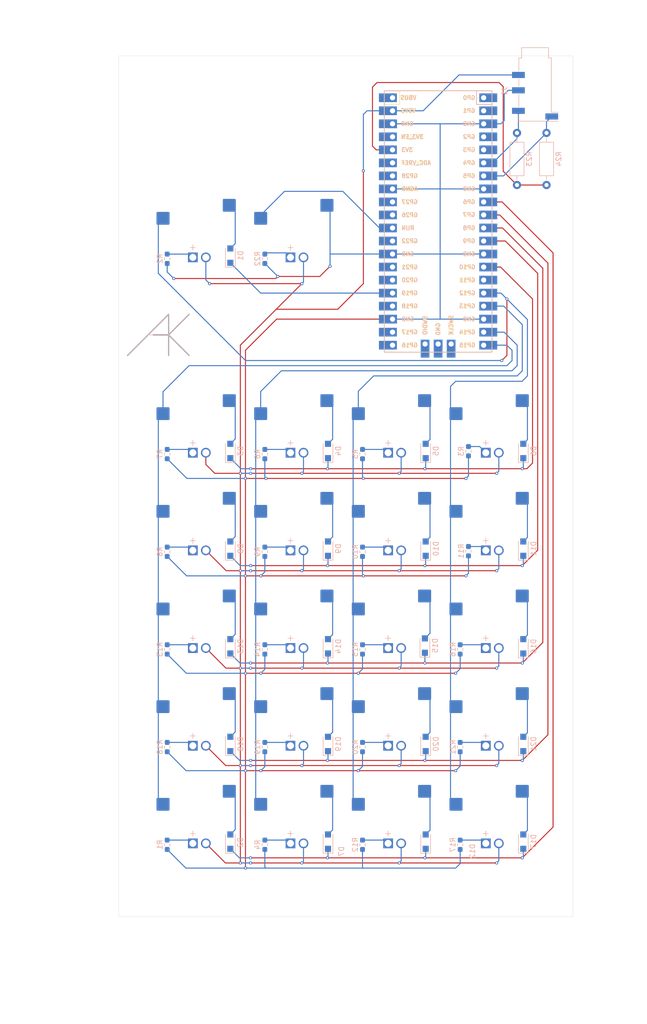
<source format=kicad_pcb>
(kicad_pcb (version 20240108) (generator "pcbnew") (generator_version "8.0")
  (layers (0 "F.Cu" mixed) (31 "B.Cu" mixed) (34 "B.Paste" user) (35 "F.Paste" user) (36 "B.SilkS" user "B.Silkscreen") (37 "F.SilkS" user "F.Silkscreen") (38 "B.Mask" user) (39 "F.Mask" user) (44 "Edge.Cuts" user))
  (net 0 "")
  (net 1 "Row1")
  (net 2 "Row2")
  (net 5 "Net-(D3-A)")
  (net 7 "Net-(D4-A)")
  (net 13 "Net-(D5-A)")
  (net 14 "Net-(D6-A)")
  (net 15 "Net-(D7-A)")
  (net 16 "Row3")
  (net 17 "Net-(D8-A)")
  (net 23 "Net-(D9-A)")
  (net 25 "Net-(D10-A)")
  (net 26 "Net-(D11-A)")
  (net 30 "Net-(D12-A)")
  (net 31 "Row4")
  (net 33 "Net-(D13-A)")
  (net 35 "Net-(D14-A)")
  (net 36 "Net-(D15-A)")
  (net 37 "Net-(D1-A)")
  (net 38 "Net-(D16-A)")
  (net 39 "Net-(D17-A)")
  (net 40 "Row5")
  (net 41 "Net-(LED1-K)")
  (net 42 "Net-(D18-A)")
  (net 43 "Net-(D19-A)")
  (net 44 "Net-(D20-A)")
  (net 45 "Net-(D21-A)")
  (net 46 "Net-(U1-GPIO5)")
  (net 47 "+5V")
  (net 48 "Net-(LED2-K)")
  (net 49 "Net-(LED3-K)")
  (net 50 "Net-(LED4-K)")
  (net 51 "Net-(LED5-K)")
  (net 52 "Net-(LED6-K)")
  (net 53 "Net-(LED7-K)")
  (net 54 "Net-(LED8-K)")
  (net 55 "Net-(LED9-K)")
  (net 56 "Net-(LED10-K)")
  (net 57 "Net-(LED11-K)")
  (net 58 "Net-(LED12-K)")
  (net 59 "Net-(LED13-K)")
  (net 60 "Net-(LED14-K)")
  (net 61 "Net-(LED15-K)")
  (net 62 "Net-(LED16-K)")
  (net 63 "Net-(LED17-K)")
  (net 64 "Net-(LED18-K)")
  (net 65 "Net-(LED19-K)")
  (net 66 "Net-(LED20-K)")
  (net 67 "Net-(LED21-K)")
  (net 68 "Net-(LED22-K)")
  (net 69 "GND")
  (net 70 "Net-(U1-3V3)")
  (net 71 "Net-(U1-GPIO4)")
  (net 72 "Collumn1")
  (net 73 "Net-(U1-RUN)")
  (net 74 "Collumn2")
  (net 75 "Collumn3")
  (net 76 "Collumn4")
  (net 77 "Net-(D2-A)")
  (net 78 "Row6")
  (footprint "MX V2 Misc:MX-LED-PolarityMarked" (layer "F.Cu") (at 97.1525 159.7296)
    (property "Reference" "LED20")
    (property "Value" "LED")
  )
  (footprint "MX V2 MX Hotswap:MX-Hotswap-1U" (layer "F.Cu") (at 116.2025 140.6796)
    (property "Reference" "S16")
    (property "Value" "P18" (hide yes))
  )
  (footprint "MX V2 Misc:MX-LED-PolarityMarked" (layer "F.Cu") (at 59.0525 178.7796)
    (property "Reference" "LED1")
    (property "Value" "LED")
  )
  (footprint "MX V2 Misc:MX-LED-PolarityMarked" (layer "F.Cu") (at 78.1025 64.4796)
    (property "Reference" "LED22")
    (property "Value" "LED")
  )
  (footprint "MX V2 MX Hotswap:MX-Hotswap-1U" (layer "F.Cu") (at 116.2025 102.5796)
    (property "Reference" "S6")
    (property "Value" "P16")
  )
  (footprint "MX V2 Misc:MX-LED-PolarityMarked" (layer "F.Cu") (at 59.0525 159.7296)
    (property "Reference" "LED18")
    (property "Value" "LED")
  )
  (footprint "MX V2 MX Hotswap:MX-Hotswap-1U" (layer "F.Cu") (at 116.2025 178.7796)
    (property "Reference" "S22")
    (property "Value" "P20")
  )
  (footprint "MX V2 Misc:MX-LED-PolarityMarked" (layer "F.Cu") (at 59.0525 140.6796)
    (property "Reference" "LED13")
    (property "Value" "LED")
  )
  (footprint "MX V2 Misc:MX-LED-PolarityMarked" (layer "F.Cu") (at 116.2025 159.7296)
    (property "Reference" "LED21")
    (property "Value" "LED")
  )
  (footprint "MX V2 MX Hotswap:MX-Hotswap-1U" (layer "F.Cu") (at 59.0525 159.7296)
    (property "Reference" "S18")
    (property "Value" "P4")
  )
  (footprint "MX V2 Misc:MX-LED-PolarityMarked" (layer "F.Cu") (at 116.2025 140.6796)
    (property "Reference" "LED16")
    (property "Value" "LED")
  )
  (footprint "MX V2 MX Hotswap:MX-Hotswap-1U" (layer "F.Cu") (at 97.1525 178.7796)
    (property "Reference" "S17")
    (property "Value" "P15")
  )
  (footprint "MX V2 Misc:MX-LED-PolarityMarked" (layer "F.Cu") (at 97.1525 102.5796)
    (property "Reference" "LED5")
    (property "Value" "LED")
  )
  (footprint "MX V2 MX Hotswap:MX-Hotswap-1U" (layer "F.Cu") (at 78.1025 159.7296)
    (property "Reference" "S19")
    (property "Value" "P9")
  )
  (footprint "MX V2 MX Hotswap:MX-Hotswap-1U" (layer "F.Cu") (at 78.1025 102.5796)
    (property "Reference" "S4")
    (property "Value" "P6")
  )
  (footprint "MX V2 MX Hotswap:MX-Hotswap-1U" (layer "F.Cu") (at 116.2025 159.7296)
    (property "Reference" "S21")
    (property "Value" "P19")
  )
  (footprint "MX V2 MX Hotswap:MX-Hotswap-1U" (layer "F.Cu") (at 78.1025 140.6796)
    (property "Reference" "S14")
    (property "Value" "P8" (hide yes))
  )
  (footprint "MX V2 Misc:MX-LED-PolarityMarked" (layer "F.Cu") (at 116.2025 121.6296)
    (property "Reference" "LED11")
    (property "Value" "LED")
  )
  (footprint "MX V2 MX Hotswap:MX-Hotswap-1U" (layer "F.Cu") (at 78.1025 121.6296)
    (property "Reference" "S9")
    (property "Value" "P7" (hide yes))
  )
  (footprint "MX V2 Misc:MX-LED-PolarityMarked" (layer "F.Cu") (at 97.1525 178.7796)
    (property "Reference" "LED12")
    (property "Value" "LED")
  )
  (footprint "MX V2 MX Hotswap:MX-Hotswap-1U" (layer "F.Cu") (at 59.0525 102.5796)
    (property "Reference" "S3")
    (property "Value" "P1")
  )
  (footprint "MX V2 Misc:MX-LED-PolarityMarked" (layer "F.Cu") (at 78.1025 159.7296)
    (property "Reference" "LED19")
    (property "Value" "LED")
  )
  (footprint "MX V2 Misc:MX-LED-PolarityMarked" (layer "F.Cu") (at 59.0525 64.4796)
    (property "Reference" "LED2")
    (property "Value" "LED")
  )
  (footprint "MX V2 Misc:MX-LED-PolarityMarked" (layer "F.Cu") (at 97.1525 121.6296)
    (property "Reference" "LED10")
    (property "Value" "LED")
  )
  (footprint "MX V2 Misc:MX-LED-PolarityMarked" (layer "F.Cu") (at 59.0525 121.6296)
    (property "Reference" "LED8")
    (property "Value" "LED")
  )
  (footprint "MX V2 MX Hotswap:MX-Hotswap-1U" (layer "F.Cu") (at 59.0525 64.4796)
    (property "Reference" "S1")
    (property "Value" "REC")
  )
  (footprint "MX V2 Misc:MX-LED-PolarityMarked" (layer "F.Cu") (at 116.2025 102.5796)
    (property "Reference" "LED3")
    (property "Value" "LED")
  )
  (footprint "MX V2 MX Hotswap:MX-Hotswap-1U" (layer "F.Cu") (at 59.0525 121.6296)
    (property "Reference" "S8")
    (property "Value" "P2")
  )
  (footprint "MX V2 Misc:MX-LED-PolarityMarked" (layer "F.Cu") (at 78.1025 121.6296)
    (property "Reference" "LED9")
    (property "Value" "LED")
  )
  (footprint "MX V2 Misc:MX-LED-PolarityMarked" (layer "F.Cu") (at 78.1025 102.5796)
    (property "Reference" "LED6")
    (property "Value" "LED")
  )
  (footprint "MX V2 MX Hotswap:MX-Hotswap-1U" (layer "F.Cu") (at 97.1525 102.5796)
    (property "Reference" "S5")
    (property "Value" "P11")
  )
  (footprint "MX V2 MX Hotswap:MX-Hotswap-1U" (layer "F.Cu") (at 116.2025 121.6296)
    (property "Reference" "S11")
    (property "Value" "P17" (hide yes))
  )
  (footprint "MX V2 Misc:MX-LED-PolarityMarked" (layer "F.Cu") (at 97.1525 140.6796)
    (property "Reference" "LED15")
    (property "Value" "LED")
  )
  (footprint "MX V2 MX Hotswap:MX-Hotswap-1U" (layer "F.Cu") (at 97.1525 140.6796)
    (property "Reference" "S15")
    (property "Value" "P13" (hide yes))
  )
  (footprint "MX V2 Misc:MX-LED-PolarityMarked" (layer "F.Cu") (at 78.1025 140.6796)
    (property "Reference" "LED14")
    (property "Value" "LED")
  )
  (footprint "MX V2 MX Hotswap:MX-Hotswap-1U" (layer "F.Cu") (at 78.1025 64.4796)
    (property "Reference" "S2")
    (property "Value" "RESET")
  )
  (footprint "MX V2 MX Hotswap:MX-Hotswap-1U" (layer "F.Cu") (at 97.1525 121.6296)
    (property "Reference" "S10")
    (property "Value" "P12" (hide yes))
  )
  (footprint "MX V2 MX Hotswap:MX-Hotswap-1U" (layer "F.Cu") (at 59.0525 140.6796)
    (property "Reference" "S13")
    (property "Value" "P3")
  )
  (footprint "MX V2 MX Hotswap:MX-Hotswap-1U" (layer "F.Cu") (at 78.1025 178.7796)
    (property "Reference" "S12")
    (property "Value" "P10")
  )
  (footprint "MX V2 Misc:MX-LED-PolarityMarked" (layer "F.Cu") (at 59.0525 102.5796)
    (property "Reference" "LED7")
    (property "Value" "LED")
  )
  (footprint "MX V2 MX Hotswap:MX-Hotswap-1U" (layer "F.Cu") (at 59.0525 178.7796)
    (property "Reference" "S7")
    (property "Value" "P5")
  )
  (footprint "MX V2 Misc:MX-LED-PolarityMarked" (layer "F.Cu") (at 116.2025 178.7796)
    (property "Reference" "LED17")
    (property "Value" "LED")
  )
  (footprint "MX V2 Misc:MX-LED-PolarityMarked" (layer "F.Cu") (at 78.1025 178.7796)
    (property "Reference" "LED4")
    (property "Value" "LED")
  )
  (footprint "MX V2 MX Hotswap:MX-Hotswap-1U" (layer "F.Cu") (at 97.1525 159.7296)
    (property "Reference" "S20")
    (property "Value" "P14")
  )
  (footprint "Diode_SMD:Nexperia_CFP3_SOD-123W" (layer "B.Cu") (at 122.2525 164.4696 90)
    (property "Reference" "D21")
    (property "Value" "Diode")
  )
  (footprint "Resistor_SMD:R_0603_1608Metric_Pad0.98x0.95mm_HandSolder" (layer "B.Cu") (at 90.8825 107.9296 -90)
    (property "Reference" "R5")
    (property "Value" "R")
  )
  (footprint "Resistor_SMD:R_0603_1608Metric_Pad0.98x0.95mm_HandSolder" (layer "B.Cu") (at 52.7825 146.0296 -90)
    (property "Reference" "R13")
    (property "Value" "R")
  )
  (footprint "Diode_SMD:Nexperia_CFP3_SOD-123W" (layer "B.Cu") (at 84.1525 164.4696 90)
    (property "Reference" "D19")
    (property "Value" "Diode")
  )
  (footprint "Diode_SMD:Nexperia_CFP3_SOD-123W" (layer "B.Cu") (at 65.1025 107.3196 90)
    (property "Reference" "D3")
    (property "Value" "Diode")
  )
  (footprint "Diode_SMD:Nexperia_CFP3_SOD-123W" (layer "B.Cu") (at 122.2525 145.4196 90)
    (property "Reference" "D16")
    (property "Value" "Diode")
  )
  (footprint "Diode_SMD:Nexperia_CFP3_SOD-123W" (layer "B.Cu") (at 122.2525 107.3196 90)
    (property "Reference" "D6")
    (property "Value" "Diode")
  )
  (footprint "Resistor_SMD:R_0603_1608Metric_Pad0.98x0.95mm_HandSolder" (layer "B.Cu") (at 71.8325 69.8296 -90)
    (property "Reference" "R22")
    (property "Value" "R")
  )
  (footprint "Resistor_SMD:R_0603_1608Metric_Pad0.98x0.95mm_HandSolder" (layer "B.Cu") (at 111.5525 126.8671 -90)
    (property "Reference" "R11")
    (property "Value" "R")
  )
  (footprint "Resistor_SMD:R_0603_1608Metric_Pad0.98x0.95mm_HandSolder" (layer "B.Cu") (at 90.8825 146.0296 -90)
    (property "Reference" "R15")
    (property "Value" "R")
  )
  (footprint "Diode_SMD:Nexperia_CFP3_SOD-123W" (layer "B.Cu") (at 103.2025 183.5196 90)
    (property "Reference" "D12")
    (property "Value" "Diode")
  )
  (footprint "Diode_SMD:Nexperia_CFP3_SOD-123W" (layer "B.Cu") (at 122.2525 126.3696 90)
    (property "Reference" "D11")
    (property "Value" "Diode")
  )
  (footprint "Resistor_THT:R_Axial_DIN0207_L6.3mm_D2.5mm_P10.16mm_Horizontal" (layer "B.Cu") (at 121.0175 55.4446 90)
    (property "Reference" "R23")
    (property "Value" "R2K")
  )
  (footprint "Diode_SMD:Nexperia_CFP3_SOD-123W" (layer "B.Cu") (at 84.1525 145.4196 90)
    (property "Reference" "D14")
    (property "Value" "Diode")
  )
  (footprint "Connector_Audio:Jack_3.5mm_KoreanHropartsElec_PJ-320D-4A_Horizontal" (layer "B.Cu") (at 124.5475 37.1246 -90)
    (property "Reference" "J1")
    (property "Value" "AudioJack3_Ground")
  )
  (footprint "Resistor_SMD:R_0603_1608Metric_Pad0.98x0.95mm_HandSolder" (layer "B.Cu") (at 90.8825 165.0796 -90)
    (property "Reference" "R20")
    (property "Value" "R")
  )
  (footprint "Diode_SMD:Nexperia_CFP3_SOD-123W" (layer "B.Cu") (at 65.1025 145.4196 90)
    (property "Reference" "D13")
    (property "Value" "Diode")
  )
  (footprint "Resistor_SMD:R_0603_1608Metric_Pad0.98x0.95mm_HandSolder" (layer "B.Cu") (at 71.8325 165.0796 -90)
    (property "Reference" "R19")
    (property "Value" "R")
  )
  (footprint "Resistor_SMD:R_0603_1608Metric_Pad0.98x0.95mm_HandSolder" (layer "B.Cu") (at 111.5525 107.3671 -90)
    (property "Reference" "R3")
    (property "Value" "R")
  )
  (footprint "Resistor_SMD:R_0603_1608Metric_Pad0.98x0.95mm_HandSolder" (layer "B.Cu") (at 52.7825 69.8296 -90)
    (property "Reference" "R2")
    (property "Value" "R")
  )
  (footprint "Diode_SMD:Nexperia_CFP3_SOD-123W" (layer "B.Cu") (at 103.2025 126.3696 90)
    (property "Reference" "D10")
    (property "Value" "Diode")
  )
  (footprint "Resistor_SMD:R_0603_1608Metric_Pad0.98x0.95mm_HandSolder" (layer "B.Cu") (at 52.7825 165.0796 -90)
    (property "Reference" "R18")
    (property "Value" "R")
  )
  (footprint "Resistor_SMD:R_0603_1608Metric_Pad0.98x0.95mm_HandSolder" (layer "B.Cu") (at 52.7825 126.9796 -90)
    (property "Reference" "R8")
    (property "Value" "R")
  )
  (footprint "Resistor_SMD:R_0603_1608Metric_Pad0.98x0.95mm_HandSolder" (layer "B.Cu") (at 71.8325 107.9296 -90)
    (property "Reference" "R6")
    (property "Value" "R")
  )
  (footprint "Diode_SMD:Nexperia_CFP3_SOD-123W" (layer "B.Cu") (at 103.2025 164.4696 90)
    (property "Reference" "D20")
    (property "Value" "Diode")
  )
  (footprint "Diode_SMD:Nexperia_CFP3_SOD-123W" (layer "B.Cu") (at 103.0525 145.2796 90)
    (property "Reference" "D15")
    (property "Value" "Diode")
  )
  (footprint "Resistor_SMD:R_0603_1608Metric_Pad0.98x0.95mm_HandSolder" (layer "B.Cu") (at 71.8325 126.9796 -90)
    (property "Reference" "R9")
    (property "Value" "R")
  )
  (footprint "Resistor_SMD:R_0603_1608Metric_Pad0.98x0.95mm_HandSolder" (layer "B.Cu") (at 52.7825 184.1296 -90)
    (property "Reference" "R1")
    (property "Value" "R")
  )
  (footprint "Resistor_SMD:R_0603_1608Metric_Pad0.98x0.95mm_HandSolder" (layer "B.Cu") (at 109.9325 184.1296 -90)
    (property "Reference" "R17")
    (property "Value" "R")
  )
  (footprint "Diode_SMD:Nexperia_CFP3_SOD-123W" (layer "B.Cu") (at 84.1525 126.3696 90)
    (property "Reference" "D9")
    (property "Value" "Diode")
  )
  (footprint "Diode_SMD:Nexperia_CFP3_SOD-123W" (layer "B.Cu") (at 84.1525 183.5196 90)
    (property "Reference" "D7")
    (property "Value" "Diode")
  )
  (footprint "Resistor_SMD:R_0603_1608Metric_Pad0.98x0.95mm_HandSolder" (layer "B.Cu") (at 71.8325 184.1296 -90)
    (property "Reference" "R4")
    (property "Value" "R")
  )
  (footprint "Diode_SMD:Nexperia_CFP3_SOD-123W" (layer "B.Cu") (at 65.1025 183.5196 90)
    (property "Reference" "D2")
    (property "Value" "Diode")
  )
  (footprint "Diode_SMD:Nexperia_CFP3_SOD-123W" (layer "B.Cu") (at 103.2025 107.3196 90)
    (property "Reference" "D5")
    (property "Value" "Diode")
  )
  (footprint "Resistor_SMD:R_0603_1608Metric_Pad0.98x0.95mm_HandSolder" (layer "B.Cu") (at 109.9325 165.0796 -90)
    (property "Reference" "R21")
    (property "Value" "R")
  )
  (footprint "Resistor_SMD:R_0603_1608Metric_Pad0.98x0.95mm_HandSolder" (layer "B.Cu") (at 109.9325 146.0296 -90)
    (property "Reference" "R16")
    (property "Value" "R")
  )
  (footprint "Diode_SMD:Nexperia_CFP3_SOD-123W" (layer "B.Cu") (at 122.2525 183.5196 90)
    (property "Reference" "D17")
    (property "Value" "Diode")
  )
  (footprint "Resistor_SMD:R_0603_1608Metric_Pad0.98x0.95mm_HandSolder" (layer "B.Cu") (at 71.8325 146.0296 -90)
    (property "Reference" "R14")
    (property "Value" "R")
  )
  (footprint "Diode_SMD:Nexperia_CFP3_SOD-123W" (layer "B.Cu") (at 65.1025 69.2196 90)
    (property "Reference" "D1")
    (property "Value" "Diode")
  )
  (footprint "Resistor_SMD:R_0603_1608Metric_Pad0.98x0.95mm_HandSolder" (layer "B.Cu") (at 52.7825 107.9296 -90)
    (property "Reference" "R7")
    (property "Value" "R")
  )
  (footprint "Diode_SMD:Nexperia_CFP3_SOD-123W" (layer "B.Cu") (at 84.1525 107.3196 90)
    (property "Reference" "D4")
    (property "Value" "Diode")
  )
  (footprint "Diode_SMD:Nexperia_CFP3_SOD-123W" (layer "B.Cu") (at 65.1025 126.3696 90)
    (property "Reference" "D8")
    (property "Value" "Diode")
  )
  (footprint "ScottoKeebs_MCU:Raspberry_Pi_Pico" (layer "B.Cu") (at 105.6275 62.5546 180)
    (property "Reference" "U1" (hide yes))
    (property "Value" "Raspberry_Pi_Pico" (hide yes))
  )
  (footprint "Resistor_THT:R_Axial_DIN0207_L6.3mm_D2.5mm_P10.16mm_Horizontal" (layer "B.Cu") (at 126.7775 55.4446 90)
    (property "Reference" "R24")
    (property "Value" "R2K")
  )
  (footprint "Diode_SMD:Nexperia_CFP3_SOD-123W" (layer "B.Cu") (at 65.1025 164.4696 90)
    (property "Reference" "D18")
    (property "Value" "Diode")
  )
  (footprint "Resistor_SMD:R_0603_1608Metric_Pad0.98x0.95mm_HandSolder" (layer "B.Cu") (at 90.8825 126.9796 -90)
    (property "Reference" "R10")
    (property "Value" "R")
  )
  (footprint "Resistor_SMD:R_0603_1608Metric_Pad0.98x0.95mm_HandSolder" (layer "B.Cu") (at 90.8825 184.1296 -90)
    (property "Reference" "R12")
    (property "Value" "R")
  )
  (gr_line (start 45.0525 88.6796) (end 53.0525 80.6796) (stroke (width 0.1)) (layer "B.SilkS"))
  (gr_line (start 57.0525 88.6796) (end 53.0525 84.6796) (stroke (width 0.1)) (layer "B.SilkS"))
  (gr_line (start 49.0525 84.6796) (end 53.0525 84.6796) (stroke (width 0.1)) (layer "B.SilkS"))
  (gr_line (start 53.0525 80.6796) (end 53.0525 88.6796) (stroke (width 0.1)) (layer "B.SilkS"))
  (gr_line (start 57.0525 80.6796) (end 53.0525 84.6796) (stroke (width 0.1)) (layer "B.SilkS"))
  (gr_line (start 45.0525 88.6796) (end 53.0525 80.6796) (stroke (width 0.1)) (layer "F.SilkS"))
  (gr_line (start 57.0525 88.6796) (end 53.0525 84.6796) (stroke (width 0.1)) (layer "F.SilkS"))
  (gr_line (start 53.0525 84.6796) (end 49.0525 84.6796) (stroke (width 0.1)) (layer "F.SilkS"))
  (gr_line (start 53.0525 80.6796) (end 53.0525 88.6796) (stroke (width 0.1)) (layer "F.SilkS"))
  (gr_line (start 57.0525 80.6796) (end 53.0525 84.6796) (stroke (width 0.1)) (layer "F.SilkS"))
  (gr_rect (start 43.3275 30.2546) (end 131.9275 198.1546) (stroke (width 0.05)) (fill none) (layer "Edge.Cuts"))
  (segment (start 53.0525 84.6796) (end 57.0525 88.6796) (width 0.2) (layer "F.Cu") (net 0))
  (segment (start 53.0525 84.6796) (end 57.0525 80.6796) (width 0.2) (layer "F.Cu") (net 0))
  (segment (start 53.0525 84.6796) (end 50.0525 84.6796) (width 0.2) (layer "F.Cu") (net 0))
  (segment (start 53.0525 88.6796) (end 53.0525 85.6796) (width 0.2) (layer "F.Cu") (net 0))
  (segment (start 53.0525 84.6796) (end 53.0525 82.6796) (width 0.2) (layer "F.Cu") (net 0))
  (segment (start 53.0525 81.6796) (end 53.0525 80.6796) (width 0.2) (layer "F.Cu") (net 0))
  (segment (start 53.0525 85.6796) (end 53.0525 84.6796) (width 0.2) (layer "F.Cu") (net 0))
  (segment (start 53.0525 82.6796) (end 53.0525 81.6796) (width 0.2) (layer "F.Cu") (net 0))
  (segment (start 53.0525 80.6796) (end 45.0525 88.6796) (width 0.2) (layer "F.Cu") (net 0))
  (segment (start 53.0525 80.6796) (end 53.0525 88.6796) (width 0.2) (layer "B.Cu") (net 0))
  (segment (start 56.0525 81.6796) (end 57.0525 80.6796) (width 0.2) (layer "B.Cu") (net 0))
  (segment (start 45.0525 88.6796) (end 53.0525 80.6796) (width 0.2) (layer "B.Cu") (net 0))
  (segment (start 53.0525 84.6796) (end 50.0525 84.6796) (width 0.2) (layer "B.Cu") (net 0))
  (segment (start 53.0525 84.6796) (end 56.0525 81.6796) (width 0.2) (layer "B.Cu") (net 0))
  (segment (start 53.0525 84.6796) (end 57.0525 88.6796) (width 0.2) (layer "B.Cu") (net 0))
  (segment (start 71.0075 76.5246) (end 96.7375 76.5246) (width 0.2) (layer "B.Cu") (net 1))
  (segment (start 65.1025 70.6196) (end 71.0075 76.5246) (width 0.2) (layer "B.Cu") (net 1))
  (segment (start 124.0525 77.6796) (end 117.8175 71.4446) (width 0.2) (layer "F.Cu") (net 2))
  (segment (start 124.0525 109.6796) (end 124.0525 77.6796) (width 0.2) (layer "F.Cu") (net 2))
  (segment (start 84.0525 110.7796) (end 103.0525 110.7796) (width 0.2) (layer "F.Cu") (net 2))
  (segment (start 122.0525 110.7796) (end 122.9525 110.7796) (width 0.2) (layer "F.Cu") (net 2))
  (segment (start 122.9525 110.7796) (end 124.0525 109.6796) (width 0.2) (layer "F.Cu") (net 2))
  (segment (start 69.0525 110.7796) (end 84.0525 110.7796) (width 0.2) (layer "F.Cu") (net 2))
  (segment (start 117.8175 71.4446) (end 114.5175 71.4446) (width 0.2) (layer "F.Cu") (net 2))
  (segment (start 122.0525 110.7796) (end 103.0525 110.7796) (width 0.2) (layer "F.Cu") (net 2))
  (via (at 69.0525 110.7796) (size 0.6) (drill 0.3) (layers "F.Cu" "B.Cu") (net 2))
  (via (at 103.0525 110.7796) (size 0.6) (drill 0.3) (layers "F.Cu" "B.Cu") (net 2))
  (via (at 84.0525 110.7796) (size 0.6) (drill 0.3) (layers "F.Cu" "B.Cu") (net 2))
  (via (at 122.0525 110.7796) (size 0.6) (drill 0.3) (layers "F.Cu" "B.Cu") (net 2))
  (segment (start 84.1525 108.7196) (end 84.1525 110.6796) (width 0.2) (layer "B.Cu") (net 2))
  (segment (start 69.0525 110.7796) (end 67.1625 110.7796) (width 0.2) (layer "B.Cu") (net 2))
  (segment (start 116.8175 71.4446) (end 114.5175 71.4446) (width 0.2) (layer "B.Cu") (net 2))
  (segment (start 122.2525 108.7196) (end 122.2525 110.5796) (width 0.2) (layer "B.Cu") (net 2))
  (segment (start 67.1625 110.7796) (end 65.1025 108.7196) (width 0.2) (layer "B.Cu") (net 2))
  (segment (start 103.2025 110.6296) (end 103.0525 110.7796) (width 0.2) (layer "B.Cu") (net 2))
  (segment (start 84.1525 110.6796) (end 84.0525 110.7796) (width 0.2) (layer "B.Cu") (net 2))
  (segment (start 103.2025 108.7196) (end 103.2025 110.6296) (width 0.2) (layer "B.Cu") (net 2))
  (segment (start 122.2525 110.5796) (end 122.0525 110.7796) (width 0.2) (layer "B.Cu") (net 2))
  (segment (start 66.0525 98.6576) (end 64.8945 97.4996) (width 0.2) (layer "B.Cu") (net 5))
  (segment (start 65.1025 105.9196) (end 66.0525 104.9696) (width 0.2) (layer "B.Cu") (net 5))
  (segment (start 66.0525 104.9696) (end 66.0525 98.6576) (width 0.2) (layer "B.Cu") (net 5))
  (segment (start 85.0525 105.0196) (end 85.0525 98.6076) (width 0.2) (layer "B.Cu") (net 7))
  (segment (start 85.0525 98.6076) (end 83.9445 97.4996) (width 0.2) (layer "B.Cu") (net 7))
  (segment (start 84.1525 105.9196) (end 85.0525 105.0196) (width 0.2) (layer "B.Cu") (net 7))
  (segment (start 104.0525 105.0696) (end 104.0525 98.5576) (width 0.2) (layer "B.Cu") (net 13))
  (segment (start 104.0525 98.5576) (end 102.9945 97.4996) (width 0.2) (layer "B.Cu") (net 13))
  (segment (start 103.2025 105.9196) (end 104.0525 105.0696) (width 0.2) (layer "B.Cu") (net 13))
  (segment (start 122.2525 105.9196) (end 123.0525 105.1196) (width 0.2) (layer "B.Cu") (net 14))
  (segment (start 123.0525 105.1196) (end 123.0525 98.5076) (width 0.2) (layer "B.Cu") (net 14))
  (segment (start 123.0525 98.5076) (end 122.0445 97.4996) (width 0.2) (layer "B.Cu") (net 14))
  (segment (start 85.0525 174.8076) (end 83.9445 173.6996) (width 0.2) (layer "B.Cu") (net 15))
  (segment (start 85.0525 181.2196) (end 85.0525 174.8076) (width 0.2) (layer "B.Cu") (net 15))
  (segment (start 84.1525 182.1196) (end 85.0525 181.2196) (width 0.2) (layer "B.Cu") (net 15))
  (segment (start 69.0525 129.6796) (end 84.0525 129.6796) (width 0.2) (layer "F.Cu") (net 16))
  (segment (start 125.0525 126.6796) (end 125.0525 72.6796) (width 0.2) (layer "F.Cu") (net 16))
  (segment (start 122.0525 129.6796) (end 125.0525 126.6796) (width 0.2) (layer "F.Cu") (net 16))
  (segment (start 118.7375 66.3646) (end 114.5175 66.3646) (width 0.2) (layer "F.Cu") (net 16))
  (segment (start 114.8325 66.6796) (end 114.5175 66.3646) (width 0.2) (layer "F.Cu") (net 16))
  (segment (start 122.0525 129.6796) (end 103.0525 129.6796) (width 0.2) (layer "F.Cu") (net 16))
  (segment (start 125.0525 72.6796) (end 118.7375 66.3646) (width 0.2) (layer "F.Cu") (net 16))
  (segment (start 103.0525 129.6796) (end 84.0525 129.6796) (width 0.2) (layer "F.Cu") (net 16))
  (via (at 69.0525 129.6796) (size 0.6) (drill 0.3) (layers "F.Cu" "B.Cu") (net 16))
  (via (at 122.0525 129.6796) (size 0.6) (drill 0.3) (layers "F.Cu" "B.Cu") (net 16))
  (via (at 103.0525 129.6796) (size 0.6) (drill 0.3) (layers "F.Cu" "B.Cu") (net 16))
  (via (at 84.0525 129.6796) (size 0.6) (drill 0.3) (layers "F.Cu" "B.Cu") (net 16))
  (segment (start 103.2025 129.5296) (end 103.0525 129.6796) (width 0.2) (layer "B.Cu") (net 16))
  (segment (start 122.2525 129.4796) (end 122.0525 129.6796) (width 0.2) (layer "B.Cu") (net 16))
  (segment (start 67.0125 129.6796) (end 65.1025 127.7696) (width 0.2) (layer "B.Cu") (net 16))
  (segment (start 84.1525 129.5796) (end 84.0525 129.6796) (width 0.2) (layer "B.Cu") (net 16))
  (segment (start 122.2525 127.7696) (end 122.2525 129.4796) (width 0.2) (layer "B.Cu") (net 16))
  (segment (start 69.0525 129.6796) (end 67.0125 129.6796) (width 0.2) (layer "B.Cu") (net 16))
  (segment (start 84.1525 127.7696) (end 84.1525 129.5796) (width 0.2) (layer "B.Cu") (net 16))
  (segment (start 103.2025 127.7696) (end 103.2025 129.5296) (width 0.2) (layer "B.Cu") (net 16))
  (segment (start 66.0525 117.7076) (end 64.8945 116.5496) (width 0.2) (layer "B.Cu") (net 17))
  (segment (start 65.1025 124.9696) (end 66.0525 124.0196) (width 0.2) (layer "B.Cu") (net 17))
  (segment (start 66.0525 124.0196) (end 66.0525 117.7076) (width 0.2) (layer "B.Cu") (net 17))
  (segment (start 85.0525 117.6576) (end 83.9445 116.5496) (width 0.2) (layer "B.Cu") (net 23))
  (segment (start 85.0525 124.0696) (end 85.0525 117.6576) (width 0.2) (layer "B.Cu") (net 23))
  (segment (start 84.1525 124.9696) (end 85.0525 124.0696) (width 0.2) (layer "B.Cu") (net 23))
  (segment (start 104.0525 124.1196) (end 104.0525 117.6076) (width 0.2) (layer "B.Cu") (net 25))
  (segment (start 103.2025 124.9696) (end 104.0525 124.1196) (width 0.2) (layer "B.Cu") (net 25))
  (segment (start 104.0525 117.6076) (end 102.9945 116.5496) (width 0.2) (layer "B.Cu") (net 25))
  (segment (start 123.0525 117.5576) (end 122.0445 116.5496) (width 0.2) (layer "B.Cu") (net 26))
  (segment (start 123.0525 124.1696) (end 123.0525 117.5576) (width 0.2) (layer "B.Cu") (net 26))
  (segment (start 122.2525 124.9696) (end 123.0525 124.1696) (width 0.2) (layer "B.Cu") (net 26))
  (segment (start 104.0525 181.2696) (end 104.0525 174.7576) (width 0.2) (layer "B.Cu") (net 30))
  (segment (start 104.0525 174.7576) (end 102.9945 173.6996) (width 0.2) (layer "B.Cu") (net 30))
  (segment (start 103.2025 182.1196) (end 104.0525 181.2696) (width 0.2) (layer "B.Cu") (net 30))
  (segment (start 103.0525 148.6796) (end 84.0525 148.6796) (width 0.2) (layer "F.Cu") (net 31))
  (segment (start 126.0525 144.6796) (end 126.0525 71.6796) (width 0.2) (layer "F.Cu") (net 31))
  (segment (start 126.0525 71.6796) (end 118.1975 63.8246) (width 0.2) (layer "F.Cu") (net 31))
  (segment (start 118.1975 63.8246) (end 114.5175 63.8246) (width 0.2) (layer "F.Cu") (net 31))
  (segment (start 122.0525 148.6796) (end 126.0525 144.6796) (width 0.2) (layer "F.Cu") (net 31))
  (segment (start 122.0525 148.6796) (end 103.0525 148.6796) (width 0.2) (layer "F.Cu") (net 31))
  (segment (start 69.0525 148.6796) (end 84.0525 148.6796) (width 0.2) (layer "F.Cu") (net 31))
  (via (at 84.0525 148.6796) (size 0.6) (drill 0.3) (layers "F.Cu" "B.Cu") (net 31))
  (via (at 69.0525 148.6796) (size 0.6) (drill 0.3) (layers "F.Cu" "B.Cu") (net 31))
  (via (at 122.0525 148.6796) (size 0.6) (drill 0.3) (layers "F.Cu" "B.Cu") (net 31))
  (via (at 103.0525 148.6796) (size 0.6) (drill 0.3) (layers "F.Cu" "B.Cu") (net 31))
  (segment (start 84.1525 148.5796) (end 84.0525 148.6796) (width 0.2) (layer "B.Cu") (net 31))
  (segment (start 103.0525 146.6796) (end 103.0525 148.6796) (width 0.2) (layer "B.Cu") (net 31))
  (segment (start 122.2525 146.8196) (end 122.2525 148.4796) (width 0.2) (layer "B.Cu") (net 31))
  (segment (start 116.0775 63.8246) (end 114.5175 63.8246) (width 0.2) (layer "B.Cu") (net 31))
  (segment (start 122.2525 148.4796) (end 122.0525 148.6796) (width 0.2) (layer "B.Cu") (net 31))
  (segment (start 84.1525 146.8196) (end 84.1525 148.5796) (width 0.2) (layer "B.Cu") (net 31))
  (segment (start 69.0525 148.6796) (end 66.9625 148.6796) (width 0.2) (layer "B.Cu") (net 31))
  (segment (start 66.9625 148.6796) (end 65.1025 146.8196) (width 0.2) (layer "B.Cu") (net 31))
  (segment (start 65.1025 144.0196) (end 66.0525 143.0696) (width 0.2) (layer "B.Cu") (net 33))
  (segment (start 66.0525 143.0696) (end 66.0525 136.7576) (width 0.2) (layer "B.Cu") (net 33))
  (segment (start 66.0525 136.7576) (end 64.8945 135.5996) (width 0.2) (layer "B.Cu") (net 33))
  (segment (start 85.0525 136.7076) (end 83.9445 135.5996) (width 0.2) (layer "B.Cu") (net 35))
  (segment (start 84.1525 144.0196) (end 85.0525 143.1196) (width 0.2) (layer "B.Cu") (net 35))
  (segment (start 85.0525 143.1196) (end 85.0525 136.7076) (width 0.2) (layer "B.Cu") (net 35))
  (segment (start 104.0525 142.8796) (end 104.0525 136.6576) (width 0.2) (layer "B.Cu") (net 36))
  (segment (start 103.0525 143.8796) (end 104.0525 142.8796) (width 0.2) (layer "B.Cu") (net 36))
  (segment (start 104.0525 136.6576) (end 102.9945 135.5996) (width 0.2) (layer "B.Cu") (net 36))
  (segment (start 66.0525 60.5576) (end 64.8945 59.3996) (width 0.2) (layer "B.Cu") (net 37))
  (segment (start 66.0525 66.8696) (end 66.0525 60.5576) (width 0.2) (layer "B.Cu") (net 37))
  (segment (start 65.1025 67.8196) (end 66.0525 66.8696) (width 0.2) (layer "B.Cu") (net 37))
  (segment (start 123.0525 143.2196) (end 123.0525 136.6076) (width 0.2) (layer "B.Cu") (net 38))
  (segment (start 123.0525 136.6076) (end 122.0445 135.5996) (width 0.2) (layer "B.Cu") (net 38))
  (segment (start 122.2525 144.0196) (end 123.0525 143.2196) (width 0.2) (layer "B.Cu") (net 38))
  (segment (start 123.0525 174.7076) (end 122.0445 173.6996) (width 0.2) (layer "B.Cu") (net 39))
  (segment (start 122.2525 182.1196) (end 123.0525 181.3196) (width 0.2) (layer "B.Cu") (net 39))
  (segment (start 123.0525 181.3196) (end 123.0525 174.7076) (width 0.2) (layer "B.Cu") (net 39))
  (segment (start 117.6575 61.2846) (end 114.5175 61.2846) (width 0.2) (layer "F.Cu") (net 40))
  (segment (start 127.0525 162.6796) (end 127.0525 70.6796) (width 0.2) (layer "F.Cu") (net 40))
  (segment (start 122.0525 167.6796) (end 103.0525 167.6796) (width 0.2) (layer "F.Cu") (net 40))
  (segment (start 84.0525 167.6796) (end 103.0525 167.6796) (width 0.2) (layer "F.Cu") (net 40))
  (segment (start 84.0525 167.6796) (end 69.0525 167.6796) (width 0.2) (layer "F.Cu") (net 40))
  (segment (start 122.0525 167.6796) (end 127.0525 162.6796) (width 0.2) (layer "F.Cu") (net 40))
  (segment (start 127.0525 70.6796) (end 117.6575 61.2846) (width 0.2) (layer "F.Cu") (net 40))
  (via (at 103.0525 167.6796) (size 0.6) (drill 0.3) (layers "F.Cu" "B.Cu") (net 40))
  (via (at 84.0525 167.6796) (size 0.6) (drill 0.3) (layers "F.Cu" "B.Cu") (net 40))
  (via (at 122.0525 167.6796) (size 0.6) (drill 0.3) (layers "F.Cu" "B.Cu") (net 40))
  (via (at 69.0525 167.6796) (size 0.6) (drill 0.3) (layers "F.Cu" "B.Cu") (net 40))
  (segment (start 122.2525 165.8696) (end 122.2525 167.4796) (width 0.2) (layer "B.Cu") (net 40))
  (segment (start 66.9125 167.6796) (end 65.1025 165.8696) (width 0.2) (layer "B.Cu") (net 40))
  (segment (start 84.1525 167.5796) (end 84.0525 167.6796) (width 0.2) (layer "B.Cu") (net 40))
  (segment (start 103.2025 165.8696) (end 103.2025 167.5296) (width 0.2) (layer "B.Cu") (net 40))
  (segment (start 103.2025 167.5296) (end 103.0525 167.6796) (width 0.2) (layer "B.Cu") (net 40))
  (segment (start 84.1525 165.8696) (end 84.1525 167.5796) (width 0.2) (layer "B.Cu") (net 40))
  (segment (start 122.2525 167.4796) (end 122.0525 167.6796) (width 0.2) (layer "B.Cu") (net 40))
  (segment (start 69.0525 167.6796) (end 66.9125 167.6796) (width 0.2) (layer "B.Cu") (net 40))
  (segment (start 52.7825 183.2171) (end 57.14 183.2171) (width 0.2) (layer "B.Cu") (net 41))
  (segment (start 57.14 183.2171) (end 57.7825 183.8596) (width 0.2) (layer "B.Cu") (net 41))
  (segment (start 65.1025 163.0696) (end 66.0525 162.1196) (width 0.2) (layer "B.Cu") (net 42))
  (segment (start 66.0525 155.8076) (end 64.8945 154.6496) (width 0.2) (layer "B.Cu") (net 42))
  (segment (start 66.0525 162.1196) (end 66.0525 155.8076) (width 0.2) (layer "B.Cu") (net 42))
  (segment (start 85.0525 162.1696) (end 85.0525 155.7576) (width 0.2) (layer "B.Cu") (net 43))
  (segment (start 84.1525 163.0696) (end 85.0525 162.1696) (width 0.2) (layer "B.Cu") (net 43))
  (segment (start 85.0525 155.7576) (end 83.9445 154.6496) (width 0.2) (layer "B.Cu") (net 43))
  (segment (start 103.2025 163.0696) (end 104.0525 162.2196) (width 0.2) (layer "B.Cu") (net 44))
  (segment (start 104.0525 162.2196) (end 104.0525 155.7076) (width 0.2) (layer "B.Cu") (net 44))
  (segment (start 104.0525 155.7076) (end 102.9945 154.6496) (width 0.2) (layer "B.Cu") (net 44))
  (segment (start 123.0525 155.6576) (end 122.0445 154.6496) (width 0.2) (layer "B.Cu") (net 45))
  (segment (start 122.2525 163.0696) (end 123.0525 162.2696) (width 0.2) (layer "B.Cu") (net 45))
  (segment (start 123.0525 162.2696) (end 123.0525 155.6576) (width 0.2) (layer "B.Cu") (net 45))
  (segment (start 118.3975 53.6646) (end 114.5175 53.6646) (width 0.2) (layer "B.Cu") (net 46))
  (segment (start 126.7775 45.2846) (end 118.3975 53.6646) (width 0.2) (layer "B.Cu") (net 46))
  (segment (start 126.7775 43.0946) (end 127.7975 42.0746) (width 0.2) (layer "B.Cu") (net 46))
  (segment (start 126.7775 45.2846) (end 126.7775 43.0946) (width 0.2) (layer "B.Cu") (net 46))
  (segment (start 69.0525 149.6796) (end 79.0525 149.6796) (width 0.2) (layer "F.Cu") (net 47))
  (segment (start 79.0525 74.6796) (end 61.0525 74.6796) (width 0.2) (layer "F.Cu") (net 47))
  (segment (start 86.0525 79.6796) (end 91.0525 74.6796) (width 0.2) (layer "F.Cu") (net 47))
  (segment (start 64.2925 130.6796) (end 67.0525 130.6796) (width 0.2) (layer "F.Cu") (net 47))
  (segment (start 60.3225 145.7596) (end 64.2425 149.6796) (width 0.2) (layer "F.Cu") (net 47))
  (segment (start 60.3225 126.7096) (end 64.2925 130.6796) (width 0.2) (layer "F.Cu") (net 47))
  (segment (start 64.1425 187.6796) (end 67.0525 187.6796) (width 0.2) (layer "F.Cu") (net 47))
  (segment (start 69.0525 130.6796) (end 79.0525 130.6796) (width 0.2) (layer "F.Cu") (net 47))
  (segment (start 64.1925 168.6796) (end 67.0525 168.6796) (width 0.2) (layer "F.Cu") (net 47))
  (segment (start 79.0525 74.6796) (end 74.0525 79.6796) (width 0.2) (layer "F.Cu") (net 47))
  (segment (start 79.0525 168.6796) (end 98.0525 168.6796) (width 0.2) (layer "F.Cu") (net 47))
  (segment (start 69.0525 187.6796) (end 79.0525 187.6796) (width 0.2) (layer "F.Cu") (net 47))
  (segment (start 79.0525 149.6796) (end 98.0525 149.6796) (width 0.2) (layer "F.Cu") (net 47))
  (segment (start 79.0525 111.6796) (end 98.0525 111.6796) (width 0.2) (layer "F.Cu") (net 47))
  (segment (start 60.3225 107.6596) (end 60.3225 109.9496) (width 0.2) (layer "F.Cu") (net 47))
  (segment (start 67.0525 111.6796) (end 67.0525 86.6796) (width 0.2) (layer "F.Cu") (net 47))
  (segment (start 60.3225 183.8596) (end 64.1425 187.6796) (width 0.2) (layer "F.Cu") (net 47))
  (segment (start 62.0525 111.6796) (end 67.0525 111.6796) (width 0.2) (layer "F.Cu") (net 47))
  (segment (start 98.0525 187.6796) (end 117.0525 187.6796) (width 0.2) (layer "F.Cu") (net 47))
  (segment (start 79.0525 130.6796) (end 98.0525 130.6796) (width 0.2) (layer "F.Cu") (net 47))
  (segment (start 98.0525 111.6796) (end 116.0525 111.6796) (width 0.2) (layer "F.Cu") (net 47))
  (segment (start 69.0525 168.6796) (end 79.0525 168.6796) (width 0.2) (layer "F.Cu") (net 47))
  (segment (start 60.3225 164.8096) (end 64.1925 168.6796) (width 0.2) (layer "F.Cu") (net 47))
  (segment (start 67.0525 86.6796) (end 74.0525 79.6796) (width 0.2) (layer "F.Cu") (net 47))
  (segment (start 98.0525 168.6796) (end 117.0525 168.6796) (width 0.2) (layer "F.Cu") (net 47))
  (segment (start 67.0525 168.6796) (end 67.0525 149.6796) (width 0.2) (layer "F.Cu") (net 47))
  (segment (start 74.0525 79.6796) (end 86.0525 79.6796) (width 0.2) (layer "F.Cu") (net 47))
  (segment (start 60.3225 109.9496) (end 62.0525 111.6796) (width 0.2) (layer "F.Cu") (net 47))
  (segment (start 64.2425 149.6796) (end 67.0525 149.6796) (width 0.2) (layer "F.Cu") (net 47))
  (segment (start 116.0525 111.6796) (end 117.0525 111.6796) (width 0.2) (layer "F.Cu") (net 47))
  (segment (start 69.0525 111.6796) (end 79.0525 111.6796) (width 0.2) (layer "F.Cu") (net 47))
  (segment (start 79.0525 187.6796) (end 98.0525 187.6796) (width 0.2) (layer "F.Cu") (net 47))
  (segment (start 67.0525 149.6796) (end 67.0525 130.6796) (width 0.2) (layer "F.Cu") (net 47))
  (segment (start 67.0525 187.6796) (end 67.0525 168.6796) (width 0.2) (layer "F.Cu") (net 47))
  (segment (start 98.0525 130.6796) (end 117.0525 130.6796) (width 0.2) (layer "F.Cu") (net 47))
  (segment (start 98.0525 149.6796) (end 117.0525 149.6796) (width 0.2) (layer "F.Cu") (net 47))
  (segment (start 67.0525 130.6796) (end 67.0525 111.6796) (width 0.2) (layer "F.Cu") (net 47))
  (segment (start 91.0525 74.6796) (end 91.0525 52.6796) (width 0.2) (layer "F.Cu") (net 47))
  (via (at 79.0525 187.6796) (size 0.6) (drill 0.3) (layers "F.Cu" "B.Cu") (net 47))
  (via (at 69.0525 168.6796) (size 0.6) (drill 0.3) (layers "F.Cu" "B.Cu") (net 47))
  (via (at 79.0525 149.6796) (size 0.6) (drill 0.3) (layers "F.Cu" "B.Cu") (net 47))
  (via (at 117.0525 187.6796) (size 0.6) (drill 0.3) (layers "F.Cu" "B.Cu") (net 47))
  (via (at 79.0525 130.6796) (size 0.6) (drill 0.3) (layers "F.Cu" "B.Cu") (net 47))
  (via (at 67.0525 149.6796) (size 0.6) (drill 0.3) (layers "F.Cu" "B.Cu") (net 47))
  (via (at 69.0525 130.6796) (size 0.6) (drill 0.3) (layers "F.Cu" "B.Cu") (net 47))
  (via (at 117.0525 149.6796) (size 0.6) (drill 0.3) (layers "F.Cu" "B.Cu") (net 47))
  (via (at 98.0525 187.6796) (size 0.6) (drill 0.3) (layers "F.Cu" "B.Cu") (net 47))
  (via (at 67.0525 130.6796) (size 0.6) (drill 0.3) (layers "F.Cu" "B.Cu") (net 47))
  (via (at 117.0525 111.6796) (size 0.6) (drill 0.3) (layers "F.Cu" "B.Cu") (net 47))
  (via (at 69.0525 187.6796) (size 0.6) (drill 0.3) (layers "F.Cu" "B.Cu") (net 47))
  (via (at 98.0525 149.6796) (size 0.6) (drill 0.3) (layers "F.Cu" "B.Cu") (net 47))
  (via (at 67.0525 187.6796) (size 0.6) (drill 0.3) (layers "F.Cu" "B.Cu") (net 47))
  (via (at 67.0525 111.6796) (size 0.6) (drill 0.3) (layers "F.Cu" "B.Cu") (net 47))
  (via (at 98.0525 111.6796) (size 0.6) (drill 0.3) (layers "F.Cu" "B.Cu") (net 47))
  (via (at 91.0525 52.6796) (size 0.6) (drill 0.3) (layers "F.Cu" "B.Cu") (net 47))
  (via (at 79.0525 111.6796) (size 0.6) (drill 0.3) (layers "F.Cu" "B.Cu") (net 47))
  (via (at 98.0525 168.6796) (size 0.6) (drill 0.3) (layers "F.Cu" "B.Cu") (net 47))
  (via (at 61.0525 74.6796) (size 0.6) (drill 0.3) (layers "F.Cu" "B.Cu") (net 47))
  (via (at 79.0525 74.6796) (size 0.6) (drill 0.3) (layers "F.Cu" "B.Cu") (net 47))
  (via (at 79.0525 168.6796) (size 0.6) (drill 0.3) (layers "F.Cu" "B.Cu") (net 47))
  (via (at 117.0525 130.6796) (size 0.6) (drill 0.3) (layers "F.Cu" "B.Cu") (net 47))
  (via (at 69.0525 149.6796) (size 0.6) (drill 0.3) (layers "F.Cu" "B.Cu") (net 47))
  (via (at 69.0525 111.6796) (size 0.6) (drill 0.3) (layers "F.Cu" "B.Cu") (net 47))
  (via (at 98.0525 130.6796) (size 0.6) (drill 0.3) (layers "F.Cu" "B.Cu") (net 47))
  (via (at 117.0525 168.6796) (size 0.6) (drill 0.3) (layers "F.Cu" "B.Cu") (net 47))
  (via (at 67.0525 168.6796) (size 0.6) (drill 0.3) (layers "F.Cu" "B.Cu") (net 47))
  (segment (start 117.0525 111.6796) (end 117.4725 111.2596) (width 0.2) (layer "B.Cu") (net 47))
  (segment (start 121.2975 33.9746) (end 109.7075 33.9746) (width 0.2) (layer "B.Cu") (net 47))
  (segment (start 79.3725 168.3596) (end 79.0525 168.6796) (width 0.2) (layer "B.Cu") (net 47))
  (segment (start 79.3725 149.3596) (end 79.0525 149.6796) (width 0.2) (layer "B.Cu") (net 47))
  (segment (start 98.4225 145.7596) (end 98.4225 149.3096) (width 0.2) (layer "B.Cu") (net 47))
  (segment (start 109.7075 33.9746) (end 102.7175 40.9646) (width 0.2) (layer "B.Cu") (net 47))
  (segment (start 79.3725 183.8596) (end 79.3725 187.3596) (width 0.2) (layer "B.Cu") (net 47))
  (segment (start 117.0525 149.6796) (end 117.4725 149.2596) (width 0.2) (layer "B.Cu") (net 47))
  (segment (start 67.0525 168.6796) (end 69.0525 168.6796) (width 0.2) (layer "B.Cu") (net 47))
  (segment (start 96.7375 40.9646) (end 91.7675 40.9646) (width 0.2) (layer "B.Cu") (net 47))
  (segment (start 67.0525 149.6796) (end 69.0525 149.6796) (width 0.2) (layer "B.Cu") (net 47))
  (segment (start 79.3725 111.3596) (end 79.0525 111.6796) (width 0.2) (layer "B.Cu") (net 47))
  (segment (start 98.4225 168.3096) (end 98.0525 168.6796) (width 0.2) (layer "B.Cu") (net 47))
  (segment (start 79.3725 130.3596) (end 79.0525 130.6796) (width 0.2) (layer "B.Cu") (net 47))
  (segment (start 91.7675 40.9646) (end 91.0525 41.6796) (width 0.2) (layer "B.Cu") (net 47))
  (segment (start 98.4225 130.3096) (end 98.0525 130.6796) (width 0.2) (layer "B.Cu") (net 47))
  (segment (start 67.0525 130.6796) (end 69.0525 130.6796) (width 0.2) (layer "B.Cu") (net 47))
  (segment (start 117.4725 149.2596) (end 117.4725 145.7596) (width 0.2) (layer "B.Cu") (net 47))
  (segment (start 117.0525 130.6796) (end 117.4725 130.2596) (width 0.2) (layer "B.Cu") (net 47))
  (segment (start 67.0525 187.6796) (end 69.0525 187.6796) (width 0.2) (layer "B.Cu") (net 47))
  (segment (start 117.4725 187.2596) (end 117.4725 183.8596) (width 0.2) (layer "B.Cu") (net 47))
  (segment (start 117.4725 130.2596) (end 117.4725 126.7096) (width 0.2) (layer "B.Cu") (net 47))
  (segment (start 79.3725 126.7096) (end 79.3725 130.3596) (width 0.2) (layer "B.Cu") (net 47))
  (segment (start 79.3725 69.5596) (end 79.3725 74.3596) (width 0.2) (layer "B.Cu") (net 47))
  (segment (start 79.3725 107.6596) (end 79.3725 111.3596) (width 0.2) (layer "B.Cu") (net 47))
  (segment (start 117.0525 168.6796) (end 117.4725 168.2596) (width 0.2) (layer "B.Cu") (net 47))
  (segment (start 91.0525 41.6796) (end 91.0525 52.6796) (width 0.2) (layer "B.Cu") (net 47))
  (segment (start 79.3725 74.3596) (end 79.0525 74.6796) (width 0.2) (layer "B.Cu") (net 47))
  (segment (start 67.0525 111.6796) (end 69.0525 111.6796) (width 0.2) (layer "B.Cu") (net 47))
  (segment (start 102.7175 40.9646) (end 96.7375 40.9646) (width 0.2) (layer "B.Cu") (net 47))
  (segment (start 98.4225 149.3096) (end 98.0525 149.6796) (width 0.2) (layer "B.Cu") (net 47))
  (segment (start 79.3725 164.8096) (end 79.3725 168.3596) (width 0.2) (layer "B.Cu") (net 47))
  (segment (start 117.4725 168.2596) (end 117.4725 164.8096) (width 0.2) (layer "B.Cu") (net 47))
  (segment (start 98.4225 164.8096) (end 98.4225 168.3096) (width 0.2) (layer "B.Cu") (net 47))
  (segment (start 60.3225 69.5596) (end 60.3225 73.9496) (width 0.2) (layer "B.Cu") (net 47))
  (segment (start 98.4225 126.7096) (end 98.4225 130.3096) (width 0.2) (layer "B.Cu") (net 47))
  (segment (start 79.3725 145.7596) (end 79.3725 149.3596) (width 0.2) (layer "B.Cu") (net 47))
  (segment (start 117.4725 111.2596) (end 117.4725 107.6596) (width 0.2) (layer "B.Cu") (net 47))
  (segment (start 60.3225 73.9496) (end 61.0525 74.6796) (width 0.2) (layer "B.Cu") (net 47))
  (segment (start 98.4225 183.8596) (end 98.4225 187.3096) (width 0.2) (layer "B.Cu") (net 47))
  (segment (start 79.3725 187.3596) (end 79.0525 187.6796) (width 0.2) (layer "B.Cu") (net 47))
  (segment (start 98.4225 111.3096) (end 98.0525 111.6796) (width 0.2) (layer "B.Cu") (net 47))
  (segment (start 98.4225 107.6596) (end 98.4225 111.3096) (width 0.2) (layer "B.Cu") (net 47))
  (segment (start 98.4225 187.3096) (end 98.0525 187.6796) (width 0.2) (layer "B.Cu") (net 47))
  (segment (start 117.0525 187.6796) (end 117.4725 187.2596) (width 0.2) (layer "B.Cu") (net 47))
  (segment (start 57.14 68.9171) (end 57.7825 69.5596) (width 0.2) (layer "B.Cu") (net 48))
  (segment (start 52.7825 68.9171) (end 57.14 68.9171) (width 0.2) (layer "B.Cu") (net 48))
  (segment (start 111.5525 106.4546) (end 113.7275 106.4546) (width 0.2) (layer "B.Cu") (net 49))
  (segment (start 113.7275 106.4546) (end 114.9325 107.6596) (width 0.2) (layer "B.Cu") (net 49))
  (segment (start 71.8325 183.2171) (end 76.19 183.2171) (width 0.2) (layer "B.Cu") (net 50))
  (segment (start 76.19 183.2171) (end 76.8325 183.8596) (width 0.2) (layer "B.Cu") (net 50))
  (segment (start 90.8825 107.0171) (end 95.24 107.0171) (width 0.2) (layer "B.Cu") (net 51))
  (segment (start 95.24 107.0171) (end 95.8825 107.6596) (width 0.2) (layer "B.Cu") (net 51))
  (segment (start 71.8325 107.0171) (end 76.19 107.0171) (width 0.2) (layer "B.Cu") (net 52))
  (segment (start 76.19 107.0171) (end 76.8325 107.6596) (width 0.2) (layer "B.Cu") (net 52))
  (segment (start 57.14 107.0171) (end 57.7825 107.6596) (width 0.2) (layer "B.Cu") (net 53))
  (segment (start 52.7825 107.0171) (end 57.14 107.0171) (width 0.2) (layer "B.Cu") (net 53))
  (segment (start 57.14 126.0671) (end 57.7825 126.7096) (width 0.2) (layer "B.Cu") (net 54))
  (segment (start 52.7825 126.0671) (end 57.14 126.0671) (width 0.2) (layer "B.Cu") (net 54))
  (segment (start 76.19 126.0671) (end 76.8325 126.7096) (width 0.2) (layer "B.Cu") (net 55))
  (segment (start 71.8325 126.0671) (end 76.19 126.0671) (width 0.2) (layer "B.Cu") (net 55))
  (segment (start 90.8825 126.0671) (end 95.24 126.0671) (width 0.2) (layer "B.Cu") (net 56))
  (segment (start 95.24 126.0671) (end 95.8825 126.7096) (width 0.2) (layer "B.Cu") (net 56))
  (segment (start 114.1775 125.9546) (end 114.9325 126.7096) (width 0.2) (layer "B.Cu") (net 57))
  (segment (start 111.5525 125.9546) (end 114.1775 125.9546) (width 0.2) (layer "B.Cu") (net 57))
  (segment (start 95.24 183.2171) (end 95.8825 183.8596) (width 0.2) (layer "B.Cu") (net 58))
  (segment (start 90.8825 183.2171) (end 95.24 183.2171) (width 0.2) (layer "B.Cu") (net 58))
  (segment (start 52.7825 145.1171) (end 57.14 145.1171) (width 0.2) (layer "B.Cu") (net 59))
  (segment (start 57.14 145.1171) (end 57.7825 145.7596) (width 0.2) (layer "B.Cu") (net 59))
  (segment (start 76.19 145.1171) (end 76.8325 145.7596) (width 0.2) (layer "B.Cu") (net 60))
  (segment (start 71.8325 145.1171) (end 76.19 145.1171) (width 0.2) (layer "B.Cu") (net 60))
  (segment (start 95.24 145.1171) (end 95.8825 145.7596) (width 0.2) (layer "B.Cu") (net 61))
  (segment (start 90.8825 145.1171) (end 95.24 145.1171) (width 0.2) (layer "B.Cu") (net 61))
  (segment (start 109.9325 145.1171) (end 114.29 145.1171) (width 0.2) (layer "B.Cu") (net 62))
  (segment (start 114.29 145.1171) (end 114.9325 145.7596) (width 0.2) (layer "B.Cu") (net 62))
  (segment (start 109.9325 183.2171) (end 114.29 183.2171) (width 0.2) (layer "B.Cu") (net 63))
  (segment (start 114.29 183.2171) (end 114.9325 183.8596) (width 0.2) (layer "B.Cu") (net 63))
  (segment (start 57.14 164.1671) (end 57.7825 164.8096) (width 0.2) (layer "B.Cu") (net 64))
  (segment (start 52.7825 164.1671) (end 57.14 164.1671) (width 0.2) (layer "B.Cu") (net 64))
  (segment (start 71.8325 164.1671) (end 76.19 164.1671) (width 0.2) (layer "B.Cu") (net 65))
  (segment (start 76.19 164.1671) (end 76.8325 164.8096) (width 0.2) (layer "B.Cu") (net 65))
  (segment (start 95.24 164.1671) (end 95.8825 164.8096) (width 0.2) (layer "B.Cu") (net 66))
  (segment (start 90.8825 164.1671) (end 95.24 164.1671) (width 0.2) (layer "B.Cu") (net 66))
  (segment (start 114.29 164.1671) (end 114.9325 164.8096) (width 0.2) (layer "B.Cu") (net 67))
  (segment (start 109.9325 164.1671) (end 114.29 164.1671) (width 0.2) (layer "B.Cu") (net 67))
  (segment (start 76.8325 69.5596) (end 75.9525 68.6796) (width 0.2) (layer "B.Cu") (net 68))
  (segment (start 72.07 68.6796) (end 71.8325 68.9171) (width 0.2) (layer "B.Cu") (net 68))
  (segment (start 76.115 68.8421) (end 76.8325 69.5596) (width 0.2) (layer "B.Cu") (net 68))
  (segment (start 75.9525 68.6796) (end 72.07 68.6796) (width 0.2) (layer "B.Cu") (net 68))
  (segment (start 91.0525 112.6796) (end 72.0525 112.6796) (width 0.2) (layer "F.Cu") (net 69))
  (segment (start 90.0525 150.6796) (end 109.0525 150.6796) (width 0.2) (layer "F.Cu") (net 69))
  (segment (start 71.0525 169.6796) (end 90.0525 169.6796) (width 0.2) (layer "F.Cu") (net 69))
  (segment (start 68.0525 169.6796) (end 71.0525 169.6796) (width 0.2) (layer "F.Cu") (net 69))
  (segment (start 68.0525 131.6796) (end 68.0525 150.6796) (width 0.2) (layer "F.Cu") (net 69))
  (segment (start 71.0525 131.6796) (end 91.0525 131.6796) (width 0.2) (layer "F.Cu") (net 69))
  (segment (start 72.0525 112.6796) (end 68.0525 112.6796) (width 0.2) (layer "F.Cu") (net 69))
  (segment (start 91.0525 131.6796) (end 111.0525 131.6796) (width 0.2) (layer "F.Cu") (net 69))
  (segment (start 68.0525 131.6796) (end 71.0525 131.6796) (width 0.2) (layer "F.Cu") (net 69))
  (segment (start 74.37 73.2796) (end 82.5525 73.2796) (width 0.2) (layer "F.Cu") (net 69))
  (segment (start 82.5525 73.2796) (end 84.5525 71.2796) (width 0.2) (layer "F.Cu") (net 69))
  (segment (start 111.0525 112.6796) (end 91.0525 112.6796) (width 0.2) (layer "F.Cu") (net 69))
  (segment (start 73.97 73.6796) (end 74.37 73.2796) (width 0.2) (layer "F.Cu") (net 69))
  (segment (start 96.7375 81.6046) (end 74.1275 81.6046) (width 0.2) (layer "F.Cu") (net 69))
  (segment (start 68.0525 150.6796) (end 71.0525 150.6796) (width 0.2) (layer "F.Cu") (net 69))
  (segment (start 54.0525 73.6796) (end 73.97 73.6796) (width 0.2) (layer "F.Cu") (net 69))
  (segment (start 68.0525 87.6796) (end 68.0525 112.6796) (width 0.2) (layer "F.Cu") (net 69))
  (segment (start 68.0525 150.6796) (end 68.0525 168.6796) (width 0.2) (layer "F.Cu") (net 69))
  (segment (start 71.0525 150.6796) (end 90.0525 150.6796) (width 0.2) (layer "F.Cu") (net 69))
  (segment (start 74.1275 81.6046) (end 68.0525 87.6796) (width 0.2) (layer "F.Cu") (net 69))
  (segment (start 68.0525 112.6796) (end 68.0525 131.6796) (width 0.2) (layer "F.Cu") (net 69))
  (segment (start 68.0525 188.6796) (end 68.0525 169.6796) (width 0.2) (layer "F.Cu") (net 69))
  (segment (start 68.0525 168.6796) (end 68.0525 169.6796) (width 0.2) (layer "F.Cu") (net 69))
  (segment (start 90.0525 169.6796) (end 109.0525 169.6796) (width 0.2) (layer "F.Cu") (net 69))
  (via (at 74.37 73.2796) (size 0.6) (drill 0.3) (layers "F.Cu" "B.Cu") (net 69))
  (via (at 68.0525 150.6796) (size 0.6) (drill 0.3) (layers "F.Cu" "B.Cu") (net 69))
  (via (at 54.0525 73.6796) (size 0.6) (drill 0.3) (layers "F.Cu" "B.Cu") (net 69))
  (via (at 68.0525 169.6796) (size 0.6) (drill 0.3) (layers "F.Cu" "B.Cu") (net 69))
  (via (at 111.0525 112.6796) (size 0.6) (drill 0.3) (layers "F.Cu" "B.Cu") (net 69))
  (via (at 71.0525 169.6796) (size 0.6) (drill 0.3) (layers "F.Cu" "B.Cu") (net 69))
  (via (at 68.0525 188.6796) (size 0.6) (drill 0.3) (layers "F.Cu" "B.Cu") (net 69))
  (via (at 109.0525 150.6796) (size 0.6) (drill 0.3) (layers "F.Cu" "B.Cu") (net 69))
  (via (at 72.0525 112.6796) (size 0.6) (drill 0.3) (layers "F.Cu" "B.Cu") (net 69))
  (via (at 90.0525 169.6796) (size 0.6) (drill 0.3) (layers "F.Cu" "B.Cu") (net 69))
  (via (at 111.0525 131.6796) (size 0.6) (drill 0.3) (layers "F.Cu" "B.Cu") (net 69))
  (via (at 91.0525 131.6796) (size 0.6) (drill 0.3) (layers "F.Cu" "B.Cu") (net 69))
  (via (at 90.0525 150.6796) (size 0.6) (drill 0.3) (layers "F.Cu" "B.Cu") (net 69))
  (via (at 68.0525 131.6796) (size 0.6) (drill 0.3) (layers "F.Cu" "B.Cu") (net 69))
  (via (at 84.5525 71.2796) (size 0.6) (drill 0.3) (layers "F.Cu" "B.Cu") (net 69))
  (via (at 71.0525 150.6796) (size 0.6) (drill 0.3) (layers "F.Cu" "B.Cu") (net 69))
  (via (at 71.0525 131.6796) (size 0.6) (drill 0.3) (layers "F.Cu" "B.Cu") (net 69))
  (via (at 68.0525 112.6796) (size 0.6) (drill 0.3) (layers "F.Cu" "B.Cu") (net 69))
  (via (at 91.0525 112.6796) (size 0.6) (drill 0.3) (layers "F.Cu" "B.Cu") (net 69))
  (via (at 109.0525 169.6796) (size 0.6) (drill 0.3) (layers "F.Cu" "B.Cu") (net 69))
  (segment (start 106.0275 68.9046) (end 106.0275 81.6046) (width 0.2) (layer "B.Cu") (net 69))
  (segment (start 111.5525 112.1796) (end 111.0525 112.6796) (width 0.2) (layer "B.Cu") (net 69))
  (segment (start 68.0525 188.6796) (end 56.42 188.6796) (width 0.2) (layer "B.Cu") (net 69))
  (segment (start 56.52 150.6796) (end 68.0525 150.6796) (width 0.2) (layer "B.Cu") (net 69))
  (segment (start 52.7825 146.9421) (end 56.52 150.6796) (width 0.2) (layer "B.Cu") (net 69))
  (segment (start 56.57 131.6796) (end 68.0525 131.6796) (width 0.2) (layer "B.Cu") (net 69))
  (segment (start 84.5525 60.0076) (end 83.9445 59.3996) (width 0.2) (layer "B.Cu") (net 69))
  (segment (start 106.0275 43.5046) (end 96.7375 43.5046) (width 0.2) (layer "B.Cu") (net 69))
  (segment (start 90.8825 146.9421) (end 90.8825 149.8496) (width 0.2) (layer "B.Cu") (net 69))
  (segment (start 52.7825 108.8421) (end 56.62 112.6796) (width 0.2) (layer "B.Cu") (net 69))
  (segment (start 71.8325 165.9921) (end 71.8325 168.8996) (width 0.2) (layer "B.Cu") (net 69))
  (segment (start 56.47 169.6796) (end 68.0525 169.6796) (width 0.2) (layer "B.Cu") (net 69))
  (segment (start 52.7825 70.7421) (end 52.7825 72.4096) (width 0.2) (layer "B.Cu") (net 69))
  (segment (start 52.7825 165.9921) (end 56.47 169.6796) (width 0.2) (layer "B.Cu") (net 69))
  (segment (start 90.8825 127.8921) (end 90.8825 131.5096) (width 0.2) (layer "B.Cu") (net 69))
  (segment (start 71.8325 146.9421) (end 71.8325 149.8996) (width 0.2) (layer "B.Cu") (net 69))
  (segment (start 72.0525 188.6796) (end 91.0525 188.6796) (width 0.2) (layer "B.Cu") (net 69))
  (segment (start 109.0525 150.6796) (end 109.9325 149.7996) (width 0.2) (layer "B.Cu") (net 69))
  (segment (start 118.5275 37.7546) (end 119.3075 36.9746) (width 0.2) (layer "B.Cu") (net 69))
  (segment (start 71.8325 188.4596) (end 72.0525 188.6796) (width 0.2) (layer "B.Cu") (net 69))
  (segment (start 106.0275 68.9046) (end 106.0275 56.2046) (width 0.2) (layer "B.Cu") (net 69))
  (segment (start 96.7375 56.2046) (end 105.9275 56.2046) (width 0.2) (layer "B.Cu") (net 69))
  (segment (start 109.0525 188.6796) (end 109.9325 187.7996) (width 0.2) (layer "B.Cu") (net 69))
  (segment (start 52.7825 72.4096) (end 54.0525 73.6796) (width 0.2) (layer "B.Cu") (net 69))
  (segment (start 117.8775 43.5046) (end 118.5275 42.8546) (width 0.2) (layer "B.Cu") (net 69))
  (segment (start 111.0525 131.6796) (end 111.5525 131.1796) (width 0.2) (layer "B.Cu") (net 69))
  (segment (start 71.8325 112.4596) (end 72.0525 112.6796) (width 0.2) (layer "B.Cu") (net 69))
  (segment (start 56.62 112.6796) (end 68.0525 112.6796) (width 0.2) (layer "B.Cu") (net 69))
  (segment (start 71.8325 127.8921) (end 71.8325 130.8996) (width 0.2) (layer "B.Cu") (net 69))
  (segment (start 114.5175 43.5046) (end 106.0275 43.5046) (width 0.2) (layer "B.Cu") (net 69))
  (segment (start 119.3075 36.9746) (end 121.2975 36.9746) (width 0.2) (layer "B.Cu") (net 69))
  (segment (start 114.5175 43.5046) (end 117.8775 43.5046) (width 0.2) (layer "B.Cu") (net 69))
  (segment (start 84.5525 68.7796) (end 84.5525 71.2796) (width 0.2) (layer "B.Cu") (net 69))
  (segment (start 71.8325 130.8996) (end 71.0525 131.6796) (width 0.2) (layer "B.Cu") (net 69))
  (segment (start 74.37 73.2796) (end 71.8325 70.7421) (width 0.2) (layer "B.Cu") (net 69))
  (segment (start 118.5275 42.8546) (end 118.5275 37.7546) (width 0.2) (layer "B.Cu") (net 69))
  (segment (start 109.0525 169.6796) (end 109.9325 168.7996) (width 0.2) (layer "B.Cu") (net 69))
  (segment (start 91.0525 188.6796) (end 109.0525 188.6796) (width 0.2) (layer "B.Cu") (net 69))
  (segment (start 71.8325 108.8421) (end 71.8325 112.4596) (width 0.2) (layer "B.Cu") (net 69))
  (segment (start 90.8825 188.5096) (end 91.0525 188.6796) (width 0.2) (layer "B.Cu") (net 69))
  (segment (start 96.7375 81.6046) (end 106.0275 81.6046) (width 0.2) (layer "B.Cu") (net 69))
  (segment (start 90.8825 112.5096) (end 91.0525 112.6796) (width 0.2) (layer "B.Cu") (net 69))
  (segment (start 71.8325 168.8996) (end 71.0525 169.6796) (width 0.2) (layer "B.Cu") (net 69))
  (segment (start 90.8825 131.5096) (end 91.0525 131.6796) (width 0.2) (layer "B.Cu") (net 69))
  (segment (start 90.8825 168.8496) (end 90.0525 169.6796) (width 0.2) (layer "B.Cu") (net 69))
  (segment (start 105.9275 56.2046) (end 114.5175 56.2046) (width 0.2) (layer "B.Cu") (net 69))
  (segment (start 106.0275 56.2046) (end 106.0275 43.5046) (width 0.2) (layer "B.Cu") (net 69))
  (segment (start 114.5175 68.9046) (end 106.0275 68.9046) (width 0.2) (layer "B.Cu") (net 69))
  (segment (start 90.8825 165.9921) (end 90.8825 168.8496) (width 0.2) (layer "B.Cu") (net 69))
  (segment (start 52.7825 127.8921) (end 56.57 131.6796) (width 0.2) (layer "B.Cu") (net 69))
  (segment (start 109.9325 187.7996) (end 109.9325 185.0421) (width 0.2) (layer "B.Cu") (net 69))
  (segment (start 90.8825 149.8496) (end 90.0525 150.6796) (width 0.2) (layer "B.Cu") (net 69))
  (segment (start 109.9325 168.7996) (end 109.9325 165.9921) (width 0.2) (layer "B.Cu") (net 69))
  (segment (start 111.5525 131.1796) (end 111.5525 127.7796) (width 0.2) (layer "B.Cu") (net 69))
  (segment (start 111.5525 108.2796) (end 111.5525 111.1796) (width 0.2) (layer "B.Cu") (net 69))
  (segment (start 56.42 188.6796) (end 52.7825 185.0421) (width 0.2) (layer "B.Cu") (net 69))
  (segment (start 90.8825 185.0421) (end 90.8825 188.5096) (width 0.2) (layer "B.Cu") (net 69))
  (segment (start 84.5525 68.7796) (end 84.5525 60.0076) (width 0.2) (layer "B.Cu") (net 69))
  (segment (start 84.6775 68.9046) (end 84.5525 68.7796) (width 0.2) (layer "B.Cu") (net 69))
  (segment (start 71.8325 149.8996) (end 71.0525 150.6796) (width 0.2) (layer "B.Cu") (net 69))
  (segment (start 106.0275 68.9046) (end 96.7375 68.9046) (width 0.2) (layer "B.Cu") (net 69))
  (segment (start 106.0275 81.6046) (end 114.5175 81.6046) (width 0.2) (layer "B.Cu") (net 69))
  (segment (start 109.9325 185.0421) (end 110.0525 185.1621) (width 0.2) (layer "B.Cu") (net 69))
  (segment (start 106.0275 56.2046) (end 105.9275 56.2046) (width 0.2) (layer "B.Cu") (net 69))
  (segment (start 111.5525 111.1796) (end 111.5525 112.1796) (width 0.2) (layer "B.Cu") (net 69))
  (segment (start 71.8325 185.0421) (end 71.8325 188.4596) (width 0.2) (layer "B.Cu") (net 69))
  (segment (start 68.0525 188.6796) (end 72.0525 188.6796) (width 0.2) (layer "B.Cu") (net 69))
  (segment (start 109.9325 149.7996) (end 109.9325 146.9421) (width 0.2) (layer "B.Cu") (net 69))
  (segment (start 90.8825 108.8421) (end 90.8825 112.5096) (width 0.2) (layer "B.Cu") (net 69))
  (segment (start 96.7375 68.9046) (end 84.6775 68.9046) (width 0.2) (layer "B.Cu") (net 69))
  (segment (start 117.5275 35.4546) (end 118.3275 36.2546) (width 0.2) (layer "F.Cu") (net 70))
  (segment (start 93.5575 48.5846) (end 92.8275 47.8546) (width 0.2) (layer "F.Cu") (net 70))
  (segment (start 118.3275 36.2546) (end 118.3275 52.7546) (width 0.2) (layer "F.Cu") (net 70))
  (segment (start 118.3275 52.7546) (end 121.0175 55.4446) (width 0.2) (layer "F.Cu") (net 70))
  (segment (start 96.7375 48.5846) (end 93.5575 48.5846) (width 0.2) (layer "F.Cu") (net 70))
  (segment (start 92.8275 36.3546) (end 93.7275 35.4546) (width 0.2) (layer "F.Cu") (net 70))
  (segment (start 92.8275 47.8546) (end 92.8275 36.3546) (width 0.2) (layer "F.Cu") (net 70))
  (segment (start 121.0175 55.4446) (end 126.7775 55.4446) (width 0.2) (layer "F.Cu") (net 70))
  (segment (start 93.7275 35.4546) (end 117.5275 35.4546) (width 0.2) (layer "F.Cu") (net 70))
  (segment (start 121.2975 45.0046) (end 121.0175 45.2846) (width 0.2) (layer "B.Cu") (net 71))
  (segment (start 121.0175 45.2846) (end 121.0175 46.41597) (width 0.2) (layer "B.Cu") (net 71))
  (segment (start 121.2975 40.9746) (end 121.2975 45.0046) (width 0.2) (layer "B.Cu") (net 71))
  (segment (start 121.0175 46.41597) (end 116.30887 51.1246) (width 0.2) (layer "B.Cu") (net 71))
  (segment (start 116.30887 51.1246) (end 114.5175 51.1246) (width 0.2) (layer "B.Cu") (net 71))
  (segment (start 119.0525 90.6796) (end 120.0525 89.6796) (width 0.2) (layer "B.Cu") (net 72))
  (segment (start 120.0525 89.6796) (end 120.0525 87.6796) (width 0.2) (layer "B.Cu") (net 72))
  (segment (start 120.0525 87.6796) (end 119.0575 86.6846) (width 0.2) (layer "B.Cu") (net 72))
  (segment (start 51.0525 139.0546) (end 51.9675 138.1396) (width 0.2) (layer "B.Cu") (net 72))
  (segment (start 51.0525 120.0046) (end 51.9675 119.0896) (width 0.2) (layer "B.Cu") (net 72))
  (segment (start 57.0525 90.6796) (end 119.0525 90.6796) (width 0.2) (layer "B.Cu") (net 72))
  (segment (start 51.9675 95.7646) (end 57.0525 90.6796) (width 0.2) (layer "B.Cu") (net 72))
  (segment (start 51.0525 118.1746) (end 51.0525 100.9546) (width 0.2) (layer "B.Cu") (net 72))
  (segment (start 51.0525 175.3246) (end 51.0525 158.1046) (width 0.2) (layer "B.Cu") (net 72))
  (segment (start 119.0575 86.6846) (end 114.5175 86.6846) (width 0.2) (layer "B.Cu") (net 72))
  (segment (start 51.0525 137.2246) (end 51.0525 120.0046) (width 0.2) (layer "B.Cu") (net 72))
  (segment (start 51.0525 100.9546) (end 51.9675 100.0396) (width 0.2) (layer "B.Cu") (net 72))
  (segment (start 51.9675 157.1896) (end 51.0525 156.2746) (width 0.2) (layer "B.Cu") (net 72))
  (segment (start 51.9675 100.0396) (end 51.9675 95.7646) (width 0.2) (layer "B.Cu") (net 72))
  (segment (start 51.9675 119.0896) (end 51.0525 118.1746) (width 0.2) (layer "B.Cu") (net 72))
  (segment (start 51.0525 158.1046) (end 51.9675 157.1896) (width 0.2) (layer "B.Cu") (net 72))
  (segment (start 51.9675 138.1396) (end 51.0525 137.2246) (width 0.2) (layer "B.Cu") (net 72))
  (segment (start 51.0525 156.2746) (end 51.0525 139.0546) (width 0.2) (layer "B.Cu") (net 72))
  (segment (start 51.9675 176.2396) (end 51.0525 175.3246) (width 0.2) (layer "B.Cu") (net 72))
  (segment (start 71.0175 61.3271) (end 75.665 56.6796) (width 0.2) (layer "B.Cu") (net 73))
  (segment (start 71.0175 61.9396) (end 71.0175 61.3271) (width 0.2) (layer "B.Cu") (net 73))
  (segment (start 75.665 56.6796) (end 87.0425 56.6796) (width 0.2) (layer "B.Cu") (net 73))
  (segment (start 87.0425 56.6796) (end 94.1875 63.8246) (width 0.2) (layer "B.Cu") (net 73))
  (segment (start 94.1875 63.8246) (end 96.7375 63.8246) (width 0.2) (layer "B.Cu") (net 73))
  (segment (start 114.9825 83.6796) (end 114.5175 84.1446) (width 0.2) (layer "F.Cu") (net 74))
  (segment (start 70.0525 101.0046) (end 70.0525 118.1246) (width 0.2) (layer "B.Cu") (net 74))
  (segment (start 71.0175 95.7146) (end 75.0525 91.6796) (width 0.2) (layer "B.Cu") (net 74))
  (segment (start 70.0525 139.1046) (end 71.0175 138.1396) (width 0.2) (layer "B.Cu") (net 74))
  (segment (start 71.0175 176.2396) (end 70.0525 175.2746) (width 0.2) (layer "B.Cu") (net 74))
  (segment (start 120.0525 91.6796) (end 121.0525 90.6796) (width 0.2) (layer "B.Cu") (net 74))
  (segment (start 70.0525 137.1746) (end 70.0525 120.0546) (width 0.2) (layer "B.Cu") (net 74))
  (segment (start 70.0525 120.0546) (end 71.0175 119.0896) (width 0.2) (layer "B.Cu") (net 74))
  (segment (start 71.0175 138.1396) (end 70.0525 137.1746) (width 0.2) (layer "B.Cu") (net 74))
  (segment (start 71.0175 100.0396) (end 71.0175 95.7146) (width 0.2) (layer "B.Cu") (net 74))
  (segment (start 71.0175 157.1896) (end 70.0525 156.2246) (width 0.2) (layer "B.Cu") (net 74))
  (segment (start 71.0175 100.0396) (end 70.0525 101.0046) (width 0.2) (layer "B.Cu") (net 74))
  (segment (start 70.0525 118.1246) (end 71.0175 119.0896) (width 0.2) (layer "B.Cu") (net 74))
  (segment (start 70.0525 156.2246) (end 70.0525 139.1046) (width 0.2) (layer "B.Cu") (net 74))
  (segment (start 70.0525 158.1546) (end 71.0175 157.1896) (width 0.2) (layer "B.Cu") (net 74))
  (segment (start 70.0525 175.2746) (end 70.0525 158.1546) (width 0.2) (layer "B.Cu") (net 74))
  (segment (start 75.0525 91.6796) (end 120.0525 91.6796) (width 0.2) (layer "B.Cu") (net 74))
  (segment (start 118.5175 84.1446) (end 114.5175 84.1446) (width 0.2) (layer "B.Cu") (net 74))
  (segment (start 121.0525 90.6796) (end 121.0525 86.6796) (width 0.2) (layer "B.Cu") (net 74))
  (segment (start 121.0525 86.6796) (end 118.5175 84.1446) (width 0.2) (layer "B.Cu") (net 74))
  (segment (start 121.0525 92.6796) (end 93.0525 92.6796) (width 0.2) (layer "B.Cu") (net 75))
  (segment (start 90.0675 95.6646) (end 90.0675 100.0396) (width 0.2) (layer "B.Cu") (net 75))
  (segment (start 90.0675 119.0896) (end 89.0525 118.0746) (width 0.2) (layer "B.Cu") (net 75))
  (segment (start 114.5175 79.0646) (end 118.4375 79.0646) (width 0.2) (layer "B.Cu") (net 75))
  (segment (start 89.0525 101.0546) (end 90.0675 100.0396) (width 0.2) (layer "B.Cu") (net 75))
  (segment (start 90.0675 157.1896) (end 89.0525 156.1746) (width 0.2) (layer "B.Cu") (net 75))
  (segment (start 89.0525 158.2046) (end 90.0675 157.1896) (width 0.2) (layer "B.Cu") (net 75))
  (segment (start 89.0525 175.2246) (end 89.0525 158.2046) (width 0.2) (layer "B.Cu") (net 75))
  (segment (start 122.0525 82.6796) (end 122.0525 91.6796) (width 0.2) (layer "B.Cu") (net 75))
  (segment (start 116.0775 79.0646) (end 114.5175 79.0646) (width 0.2) (layer "B.Cu") (net 75))
  (segment (start 90.0675 138.1396) (end 89.0525 137.1246) (width 0.2) (layer "B.Cu") (net 75))
  (segment (start 89.0525 139.1546) (end 90.0675 138.1396) (width 0.2) (layer "B.Cu") (net 75))
  (segment (start 89.0525 101.0546) (end 89.0525 118.0746) (width 0.2) (layer "B.Cu") (net 75))
  (segment (start 122.0525 91.6796) (end 121.0525 92.6796) (width 0.2) (layer "B.Cu") (net 75))
  (segment (start 116.6925 79.6796) (end 116.0775 79.0646) (width 0.2) (layer "B.Cu") (net 75))
  (segment (start 93.0525 92.6796) (end 90.0675 95.6646) (width 0.2) (layer "B.Cu") (net 75))
  (segment (start 89.0525 120.1046) (end 90.0675 119.0896) (width 0.2) (layer "B.Cu") (net 75))
  (segment (start 89.0525 120.1046) (end 89.0525 137.1246) (width 0.2) (layer "B.Cu") (net 75))
  (segment (start 89.0525 156.1746) (end 89.0525 139.1546) (width 0.2) (layer "B.Cu") (net 75))
  (segment (start 90.0675 176.2396) (end 89.0525 175.2246) (width 0.2) (layer "B.Cu") (net 75))
  (segment (start 118.4375 79.0646) (end 122.0525 82.6796) (width 0.2) (layer "B.Cu") (net 75))
  (segment (start 118.0525 89.6796) (end 119.0525 88.6796) (width 0.2) (layer "F.Cu") (net 76))
  (segment (start 119.0525 88.6796) (end 119.0525 77.6796) (width 0.2) (layer "F.Cu") (net 76))
  (via (at 118.0525 89.6796) (size 0.6) (drill 0.3) (layers "F.Cu" "B.Cu") (net 76))
  (via (at 119.0525 77.6796) (size 0.6) (drill 0.3) (layers "F.Cu" "B.Cu") (net 76))
  (segment (start 108.0525 98.9746) (end 108.0525 94.7296) (width 0.2) (layer "B.Cu") (net 76))
  (segment (start 108.0525 118.0246) (end 109.1175 119.0896) (width 0.2) (layer "B.Cu") (net 76))
  (segment (start 109.1175 138.1396) (end 108.0525 139.2046) (width 0.2) (layer "B.Cu") (net 76))
  (segment (start 122.0025 93.7296) (end 123.0525 92.6796) (width 0.2) (layer "B.Cu") (net 76))
  (segment (start 109.1175 176.2396) (end 108.0525 175.1746) (width 0.2) (layer "B.Cu") (net 76))
  (segment (start 123.0525 81.6796) (end 119.0525 77.6796) (width 0.2) (layer "B.Cu") (net 76))
  (segment (start 109.1175 100.0396) (end 108.0525 98.9746) (width 0.2) (layer "B.Cu") (net 76))
  (segment (start 68.0525 89.6796) (end 118.0525 89.6796) (width 0.2) (layer "B.Cu") (net 76))
  (segment (start 109.0525 93.7296) (end 122.0025 93.7296) (width 0.2) (layer "B.Cu") (net 76))
  (segment (start 108.0525 101.1046) (end 108.0525 118.0246) (width 0.2) (layer "B.Cu") (net 76))
  (segment (start 108.0525 137.0746) (end 108.0525 120.1546) (width 0.2) (layer "B.Cu") (net 76))
  (segment (start 119.0525 77.6796) (end 117.8975 76.5246) (width 0.2) (layer "B.Cu") (net 76))
  (segment (start 108.0525 139.2046) (end 108.0525 156.1246) (width 0.2) (layer "B.Cu") (net 76))
  (segment (start 109.1175 119.0896) (end 108.0525 120.1546) (width 0.2) (layer "B.Cu") (net 76))
  (segment (start 117.8975 76.5246) (end 114.5175 76.5246) (width 0.2) (layer "B.Cu") (net 76))
  (segment (start 108.0525 137.0746) (end 109.1175 138.1396) (width 0.2) (layer "B.Cu") (net 76))
  (segment (start 108.0525 94.7296) (end 109.0525 93.7296) (width 0.2) (layer "B.Cu") (net 76))
  (segment (start 51.0525 62.8546) (end 51.0525 72.6796) (width 0.2) (layer "B.Cu") (net 76))
  (segment (start 108.0525 156.1246) (end 109.1175 157.1896) (width 0.2) (layer "B.Cu") (net 76))
  (segment (start 109.1175 100.0396) (end 108.0525 101.1046) (width 0.2) (layer "B.Cu") (net 76))
  (segment (start 108.0525 158.2546) (end 109.1175 157.1896) (width 0.2) (layer "B.Cu") (net 76))
  (segment (start 123.0525 92.6796) (end 123.0525 81.6796) (width 0.2) (layer "B.Cu") (net 76))
  (segment (start 108.0525 175.1746) (end 108.0525 158.2546) (width 0.2) (layer "B.Cu") (net 76))
  (segment (start 51.9675 61.9396) (end 51.0525 62.8546) (width 0.2) (layer "B.Cu") (net 76))
  (segment (start 51.0525 72.6796) (end 68.0525 89.6796) (width 0.2) (layer "B.Cu") (net 76))
  (segment (start 66.0525 174.8576) (end 64.8945 173.6996) (width 0.2) (layer "B.Cu") (net 77))
  (segment (start 66.0525 181.1696) (end 66.0525 174.8576) (width 0.2) (layer "B.Cu") (net 77))
  (segment (start 65.1025 182.1196) (end 66.0525 181.1696) (width 0.2) (layer "B.Cu") (net 77))
  (segment (start 69.0525 186.6796) (end 84.0525 186.6796) (width 0.2) (layer "F.Cu") (net 78))
  (segment (start 122.0525 186.6796) (end 103.0525 186.6796) (width 0.2) (layer "F.Cu") (net 78))
  (segment (start 128.0525 180.6796) (end 128.0525 68.6796) (width 0.2) (layer "F.Cu") (net 78))
  (segment (start 122.0525 186.6796) (end 128.0525 180.6796) (width 0.2) (layer "F.Cu") (net 78))
  (segment (start 118.1175 58.7446) (end 114.5175 58.7446) (width 0.2) (layer "F.Cu") (net 78))
  (segment (start 128.0525 68.6796) (end 118.1175 58.7446) (width 0.2) (layer "F.Cu") (net 78))
  (segment (start 103.0525 186.6796) (end 84.0525 186.6796) (width 0.2) (layer "F.Cu") (net 78))
  (via (at 69.0525 186.6796) (size 0.6) (drill 0.3) (layers "F.Cu" "B.Cu") (net 78))
  (via (at 84.0525 186.6796) (size 0.6) (drill 0.3) (layers "F.Cu" "B.Cu") (net 78))
  (via (at 103.0525 186.6796) (size 0.6) (drill 0.3) (layers "F.Cu" "B.Cu") (net 78))
  (via (at 122.0525 186.6796) (size 0.6) (drill 0.3) (layers "F.Cu" "B.Cu") (net 78))
  (segment (start 66.8625 186.6796) (end 65.1025 184.9196) (width 0.2) (layer "B.Cu") (net 78))
  (segment (start 122.2525 186.4796) (end 122.0525 186.6796) (width 0.2) (layer "B.Cu") (net 78))
  (segment (start 69.0525 186.6796) (end 66.8625 186.6796) (width 0.2) (layer "B.Cu") (net 78))
  (segment (start 84.1525 184.9196) (end 84.1525 186.5796) (width 0.2) (layer "B.Cu") (net 78))
  (segment (start 122.2525 184.9196) (end 122.2525 186.4796) (width 0.2) (layer "B.Cu") (net 78))
  (segment (start 103.2025 186.5296) (end 103.0525 186.6796) (width 0.2) (layer "B.Cu") (net 78))
  (segment (start 84.1525 186.5796) (end 84.0525 186.6796) (width 0.2) (layer "B.Cu") (net 78))
  (segment (start 103.2025 184.9196) (end 103.2025 186.5296) (width 0.2) (layer "B.Cu") (net 78))
)
</source>
